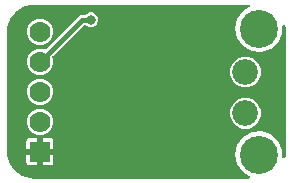
<source format=gbr>
G04 EAGLE Gerber RS-274X export*
G75*
%MOMM*%
%FSLAX34Y34*%
%LPD*%
%INBottom Copper*%
%IPPOS*%
%AMOC8*
5,1,8,0,0,1.08239X$1,22.5*%
G01*
%ADD10R,1.778000X1.778000*%
%ADD11C,1.778000*%
%ADD12C,2.184400*%
%ADD13C,3.216000*%
%ADD14C,0.806400*%
%ADD15C,0.406400*%

G36*
X207117Y2559D02*
X207117Y2559D01*
X207262Y2574D01*
X207274Y2579D01*
X207288Y2581D01*
X207423Y2634D01*
X207560Y2685D01*
X207571Y2693D01*
X207583Y2698D01*
X207701Y2783D01*
X207821Y2866D01*
X207830Y2876D01*
X207841Y2884D01*
X207934Y2997D01*
X208029Y3107D01*
X208035Y3119D01*
X208044Y3129D01*
X208105Y3261D01*
X208171Y3392D01*
X208173Y3405D01*
X208179Y3417D01*
X208206Y3559D01*
X208237Y3703D01*
X208236Y3716D01*
X208239Y3729D01*
X208230Y3874D01*
X208224Y4020D01*
X208220Y4033D01*
X208219Y4047D01*
X208174Y4185D01*
X208132Y4325D01*
X208125Y4337D01*
X208121Y4349D01*
X208043Y4473D01*
X207968Y4597D01*
X207958Y4607D01*
X207951Y4618D01*
X207845Y4718D01*
X207741Y4820D01*
X207726Y4830D01*
X207719Y4836D01*
X207704Y4844D01*
X207607Y4909D01*
X202429Y7899D01*
X197508Y14671D01*
X195768Y22860D01*
X197508Y31049D01*
X202429Y37821D01*
X209679Y42007D01*
X218004Y42882D01*
X225966Y40295D01*
X232187Y34694D01*
X235592Y27046D01*
X235592Y20907D01*
X235607Y20788D01*
X235615Y20669D01*
X235627Y20631D01*
X235632Y20591D01*
X235676Y20480D01*
X235713Y20367D01*
X235735Y20333D01*
X235749Y20296D01*
X235819Y20199D01*
X235883Y20098D01*
X235913Y20071D01*
X235936Y20038D01*
X236028Y19962D01*
X236115Y19880D01*
X236150Y19861D01*
X236181Y19835D01*
X236289Y19785D01*
X236394Y19727D01*
X236433Y19717D01*
X236469Y19700D01*
X236586Y19678D01*
X236702Y19648D01*
X236742Y19648D01*
X236781Y19640D01*
X236900Y19648D01*
X237020Y19647D01*
X237059Y19657D01*
X237099Y19660D01*
X237212Y19697D01*
X237328Y19726D01*
X237363Y19746D01*
X237401Y19758D01*
X237502Y19822D01*
X237607Y19879D01*
X237636Y19907D01*
X237670Y19928D01*
X237752Y20015D01*
X237839Y20097D01*
X237860Y20131D01*
X237888Y20160D01*
X237945Y20264D01*
X238009Y20365D01*
X238032Y20421D01*
X238041Y20438D01*
X238046Y20458D01*
X238069Y20515D01*
X238287Y21187D01*
X238431Y21630D01*
X238444Y21698D01*
X238467Y21764D01*
X238490Y21923D01*
X238755Y25300D01*
X238755Y25304D01*
X238756Y25307D01*
X238755Y25326D01*
X238759Y25400D01*
X238759Y127000D01*
X238757Y127022D01*
X238755Y127100D01*
X238490Y130477D01*
X238476Y130545D01*
X238471Y130614D01*
X238431Y130770D01*
X238069Y131885D01*
X238018Y131993D01*
X237974Y132104D01*
X237951Y132137D01*
X237933Y132173D01*
X237857Y132265D01*
X237787Y132362D01*
X237756Y132387D01*
X237731Y132418D01*
X237634Y132488D01*
X237542Y132565D01*
X237506Y132582D01*
X237474Y132605D01*
X237363Y132649D01*
X237255Y132700D01*
X237215Y132708D01*
X237178Y132722D01*
X237059Y132737D01*
X236942Y132760D01*
X236902Y132757D01*
X236862Y132762D01*
X236744Y132748D01*
X236625Y132740D01*
X236587Y132728D01*
X236547Y132723D01*
X236436Y132679D01*
X236322Y132642D01*
X236288Y132621D01*
X236251Y132606D01*
X236154Y132536D01*
X236054Y132472D01*
X236026Y132443D01*
X235994Y132419D01*
X235917Y132327D01*
X235836Y132240D01*
X235816Y132205D01*
X235791Y132174D01*
X235740Y132066D01*
X235682Y131962D01*
X235672Y131923D01*
X235655Y131887D01*
X235632Y131769D01*
X235603Y131654D01*
X235599Y131594D01*
X235595Y131574D01*
X235596Y131554D01*
X235592Y131493D01*
X235592Y125354D01*
X232187Y117706D01*
X225966Y112105D01*
X218004Y109518D01*
X209679Y110393D01*
X202429Y114579D01*
X197508Y121351D01*
X195768Y129540D01*
X197508Y137729D01*
X202429Y144501D01*
X207607Y147491D01*
X207723Y147579D01*
X207841Y147664D01*
X207849Y147675D01*
X207860Y147683D01*
X207951Y147797D01*
X208044Y147909D01*
X208049Y147922D01*
X208058Y147932D01*
X208117Y148066D01*
X208179Y148197D01*
X208182Y148210D01*
X208187Y148223D01*
X208212Y148367D01*
X208239Y148510D01*
X208238Y148523D01*
X208240Y148536D01*
X208228Y148682D01*
X208219Y148827D01*
X208215Y148840D01*
X208214Y148853D01*
X208166Y148991D01*
X208121Y149129D01*
X208114Y149141D01*
X208110Y149154D01*
X208029Y149275D01*
X207951Y149398D01*
X207941Y149407D01*
X207934Y149419D01*
X207826Y149516D01*
X207719Y149616D01*
X207708Y149623D01*
X207698Y149632D01*
X207569Y149699D01*
X207441Y149770D01*
X207428Y149773D01*
X207416Y149779D01*
X207274Y149813D01*
X207133Y149849D01*
X207115Y149850D01*
X207106Y149852D01*
X207089Y149852D01*
X206972Y149859D01*
X25400Y149859D01*
X25378Y149857D01*
X25300Y149855D01*
X21923Y149590D01*
X21855Y149576D01*
X21786Y149571D01*
X21630Y149531D01*
X15206Y147444D01*
X15099Y147394D01*
X14988Y147350D01*
X14937Y147317D01*
X14918Y147309D01*
X14903Y147296D01*
X14852Y147264D01*
X9388Y143293D01*
X9301Y143212D01*
X9209Y143136D01*
X9171Y143090D01*
X9156Y143076D01*
X9145Y143058D01*
X9107Y143012D01*
X5136Y137548D01*
X5079Y137444D01*
X5015Y137344D01*
X4993Y137287D01*
X4983Y137269D01*
X4978Y137249D01*
X4956Y137194D01*
X2869Y130770D01*
X2856Y130702D01*
X2833Y130636D01*
X2810Y130477D01*
X2545Y127100D01*
X2546Y127078D01*
X2541Y127000D01*
X2541Y25400D01*
X2543Y25378D01*
X2545Y25300D01*
X2810Y21923D01*
X2824Y21855D01*
X2829Y21786D01*
X2869Y21630D01*
X4956Y15206D01*
X5006Y15099D01*
X5050Y14988D01*
X5083Y14937D01*
X5091Y14918D01*
X5104Y14903D01*
X5136Y14852D01*
X9107Y9388D01*
X9127Y9366D01*
X9138Y9348D01*
X9184Y9305D01*
X9188Y9301D01*
X9264Y9209D01*
X9310Y9171D01*
X9324Y9156D01*
X9342Y9145D01*
X9388Y9107D01*
X14596Y5322D01*
X14852Y5136D01*
X14956Y5079D01*
X15056Y5015D01*
X15113Y4993D01*
X15131Y4983D01*
X15151Y4978D01*
X15206Y4956D01*
X21630Y2869D01*
X21698Y2856D01*
X21764Y2833D01*
X21923Y2810D01*
X25300Y2545D01*
X25322Y2546D01*
X25400Y2541D01*
X206972Y2541D01*
X207117Y2559D01*
G37*
%LPC*%
G36*
X28307Y90677D02*
X28307Y90677D01*
X24293Y92340D01*
X21220Y95413D01*
X19557Y99427D01*
X19557Y103773D01*
X21220Y107787D01*
X24293Y110860D01*
X28307Y112523D01*
X32653Y112523D01*
X33992Y111968D01*
X34020Y111960D01*
X34046Y111947D01*
X34173Y111918D01*
X34298Y111884D01*
X34328Y111884D01*
X34357Y111877D01*
X34486Y111881D01*
X34616Y111879D01*
X34645Y111886D01*
X34675Y111887D01*
X34799Y111923D01*
X34926Y111953D01*
X34952Y111967D01*
X34980Y111975D01*
X35092Y112041D01*
X35207Y112102D01*
X35229Y112122D01*
X35254Y112137D01*
X35375Y112243D01*
X61604Y138472D01*
X64356Y141225D01*
X68622Y141225D01*
X68720Y141237D01*
X68819Y141240D01*
X68878Y141257D01*
X68938Y141265D01*
X69030Y141301D01*
X69125Y141329D01*
X69177Y141359D01*
X69233Y141382D01*
X69313Y141440D01*
X69399Y141490D01*
X69474Y141556D01*
X69491Y141568D01*
X69498Y141578D01*
X69520Y141596D01*
X70225Y142301D01*
X72454Y143225D01*
X74866Y143225D01*
X77095Y142301D01*
X78801Y140595D01*
X79725Y138366D01*
X79725Y135954D01*
X78801Y133725D01*
X77095Y132019D01*
X74866Y131095D01*
X72454Y131095D01*
X70225Y132019D01*
X69520Y132724D01*
X69441Y132784D01*
X69369Y132852D01*
X69316Y132881D01*
X69268Y132918D01*
X69177Y132958D01*
X69091Y133006D01*
X69032Y133021D01*
X68977Y133045D01*
X68879Y133060D01*
X68783Y133085D01*
X68683Y133091D01*
X68662Y133095D01*
X68650Y133093D01*
X68622Y133095D01*
X68249Y133095D01*
X68151Y133083D01*
X68052Y133080D01*
X67994Y133063D01*
X67934Y133055D01*
X67842Y133019D01*
X67747Y132991D01*
X67695Y132961D01*
X67638Y132938D01*
X67558Y132880D01*
X67473Y132830D01*
X67397Y132764D01*
X67381Y132752D01*
X67373Y132742D01*
X67352Y132724D01*
X41123Y106495D01*
X41105Y106471D01*
X41083Y106452D01*
X41008Y106346D01*
X40928Y106244D01*
X40917Y106216D01*
X40900Y106192D01*
X40854Y106071D01*
X40802Y105952D01*
X40797Y105923D01*
X40787Y105895D01*
X40772Y105766D01*
X40752Y105638D01*
X40755Y105608D01*
X40752Y105579D01*
X40770Y105450D01*
X40782Y105321D01*
X40792Y105293D01*
X40796Y105264D01*
X40848Y105112D01*
X41403Y103773D01*
X41403Y99427D01*
X39740Y95413D01*
X36667Y92340D01*
X32653Y90677D01*
X28307Y90677D01*
G37*
%LPD*%
%LPC*%
G36*
X201893Y79975D02*
X201893Y79975D01*
X197132Y81947D01*
X193487Y85592D01*
X191515Y90353D01*
X191515Y95507D01*
X193487Y100268D01*
X197132Y103913D01*
X201893Y105885D01*
X207047Y105885D01*
X211808Y103913D01*
X215453Y100268D01*
X217425Y95507D01*
X217425Y90353D01*
X215453Y85592D01*
X211808Y81947D01*
X207047Y79975D01*
X201893Y79975D01*
G37*
%LPD*%
%LPC*%
G36*
X201893Y44975D02*
X201893Y44975D01*
X197132Y46947D01*
X193487Y50592D01*
X191515Y55353D01*
X191515Y60507D01*
X193487Y65268D01*
X197132Y68913D01*
X201893Y70885D01*
X207047Y70885D01*
X211808Y68913D01*
X215453Y65268D01*
X217425Y60507D01*
X217425Y55353D01*
X215453Y50592D01*
X211808Y46947D01*
X207047Y44975D01*
X201893Y44975D01*
G37*
%LPD*%
%LPC*%
G36*
X28307Y116077D02*
X28307Y116077D01*
X24293Y117740D01*
X21220Y120813D01*
X19557Y124827D01*
X19557Y129173D01*
X21220Y133187D01*
X24293Y136260D01*
X28307Y137923D01*
X32653Y137923D01*
X36667Y136260D01*
X39740Y133187D01*
X41403Y129173D01*
X41403Y124827D01*
X39740Y120813D01*
X36667Y117740D01*
X32653Y116077D01*
X28307Y116077D01*
G37*
%LPD*%
%LPC*%
G36*
X28307Y65277D02*
X28307Y65277D01*
X24293Y66940D01*
X21220Y70013D01*
X19557Y74027D01*
X19557Y78373D01*
X21220Y82387D01*
X24293Y85460D01*
X28307Y87123D01*
X32653Y87123D01*
X36667Y85460D01*
X39740Y82387D01*
X41403Y78373D01*
X41403Y74027D01*
X39740Y70013D01*
X36667Y66940D01*
X32653Y65277D01*
X28307Y65277D01*
G37*
%LPD*%
%LPC*%
G36*
X28307Y39877D02*
X28307Y39877D01*
X24293Y41540D01*
X21220Y44613D01*
X19557Y48627D01*
X19557Y52973D01*
X21220Y56987D01*
X24293Y60060D01*
X28307Y61723D01*
X32653Y61723D01*
X36667Y60060D01*
X39740Y56987D01*
X41403Y52973D01*
X41403Y48627D01*
X39740Y44613D01*
X36667Y41540D01*
X32653Y39877D01*
X28307Y39877D01*
G37*
%LPD*%
%LPC*%
G36*
X32979Y27899D02*
X32979Y27899D01*
X32979Y36831D01*
X39704Y36831D01*
X40351Y36658D01*
X40930Y36323D01*
X41403Y35850D01*
X41738Y35271D01*
X41911Y34624D01*
X41911Y27899D01*
X32979Y27899D01*
G37*
%LPD*%
%LPC*%
G36*
X19049Y27899D02*
X19049Y27899D01*
X19049Y34624D01*
X19222Y35271D01*
X19557Y35850D01*
X20030Y36323D01*
X20609Y36658D01*
X21256Y36831D01*
X27981Y36831D01*
X27981Y27899D01*
X19049Y27899D01*
G37*
%LPD*%
%LPC*%
G36*
X32979Y13969D02*
X32979Y13969D01*
X32979Y22901D01*
X41911Y22901D01*
X41911Y16176D01*
X41738Y15529D01*
X41403Y14950D01*
X40930Y14477D01*
X40351Y14142D01*
X39704Y13969D01*
X32979Y13969D01*
G37*
%LPD*%
%LPC*%
G36*
X21256Y13969D02*
X21256Y13969D01*
X20609Y14142D01*
X20030Y14477D01*
X19557Y14950D01*
X19222Y15529D01*
X19049Y16176D01*
X19049Y22901D01*
X27981Y22901D01*
X27981Y13969D01*
X21256Y13969D01*
G37*
%LPD*%
D10*
X30480Y25400D03*
D11*
X30480Y50800D03*
X30480Y76200D03*
X30480Y101600D03*
X30480Y127000D03*
D12*
X204470Y92930D03*
X204470Y57930D03*
D13*
X215900Y129540D03*
X215900Y22860D03*
D14*
X134620Y101600D03*
X95250Y50800D03*
D15*
X30480Y101600D02*
X66040Y137160D01*
X73660Y137160D01*
D14*
X73660Y137160D03*
M02*

</source>
